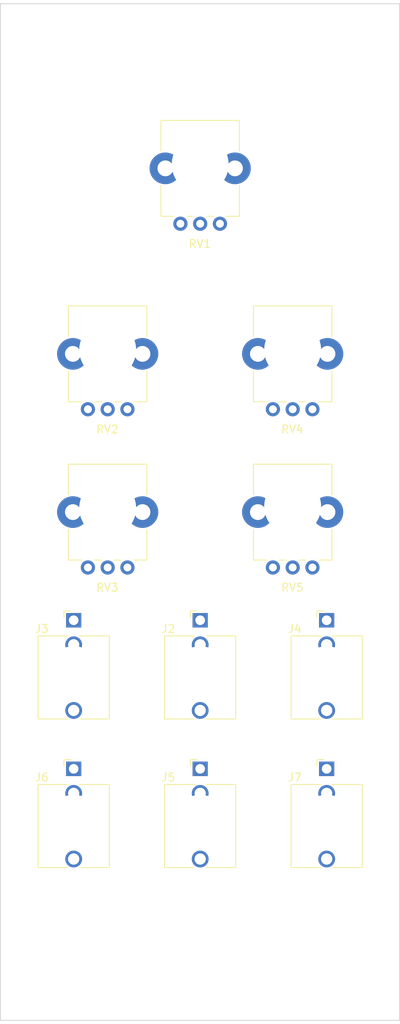
<source format=kicad_pcb>
(kicad_pcb (version 20221018) (generator pcbnew)
  (layers (0 "F.Cu" signal) (31 "B.Cu" signal) (34 "B.Paste" user) (35 "F.Paste" user) (36 "B.SilkS" user "B.Silkscreen") (37 "F.SilkS" user "F.Silkscreen") (38 "B.Mask" user) (39 "F.Mask" user) (44 "Edge.Cuts" user))
  (net 0 "")
  (net 1 "/FM_in")
  (net 2 "/CV_in")
  (net 3 "/PWM_Pot")
  (net 4 "Triangle Out2")
  (net 6 "Saw Out2")
  (net 8 "/FM_pot")
  (net 9 "/Coarse")
  (net 10 "Pulse Out2")
  (net 11 "/Fine")
  (net 12 "/Coarse_div1")
  (net 13 "/Coarse_div2")
  (net 14 "/fine_div")
  (net 15 "/PWM_LP")
  (net 17 "In_Sum2")
  (net 18 "AP2")
  (net 19 "GND1")
  (net 20 "+12VA")
  (net 21 "-12VA")
  (footprint "" (layer "F.Cu") (at 121.9 83.55)
    (fp_text reference "" (at 0 0) (layer "F.SilkS") (effects (font (size 1.27 1.27))))
    (fp_text value "" (at 0 0) (layer "F.SilkS") (effects (font (size 1.27 1.27))))
    (pad "" np_thru_hole circle (at 0 0) (size 7.2 7.2) (drill 7.2) (layers "F&B.Cu" "*.Mask"))
  )
  (footprint "Connector_Audio:Jack_3.5mm_QingPu_WQP-PJ398SM_Vertical_CircularHoles" (layer "F.Cu") (at 94.2 117.72)
    (fp_text reference "J3" (at -4.03 1.08 180) (layer "F.SilkS"))
    (fp_text value "CV")
    (fp_line (start -4.5 1.98) (end -4.5 12.48) (stroke (width 0.12)) (layer "F.SilkS"))
    (fp_line (start -1.23 -1.17) (end -1.23 -0.37) (stroke (width 0.12)) (layer "F.SilkS"))
    (fp_line (start -1.23 -1.17) (end -0.37 -1.17) (stroke (width 0.12)) (layer "F.SilkS"))
    (fp_line (start -0.8 12.48) (end -4.5 12.48) (stroke (width 0.12)) (layer "F.SilkS"))
    (fp_line (start -0.72 1.98) (end -4.5 1.98) (stroke (width 0.12)) (layer "F.SilkS"))
    (fp_line (start 4.5 1.98) (end 0.72 1.98) (stroke (width 0.12)) (layer "F.SilkS"))
    (fp_line (start 4.5 1.98) (end 4.5 12.48) (stroke (width 0.12)) (layer "F.SilkS"))
    (fp_line (start 4.5 12.48) (end 0.8 12.48) (stroke (width 0.12)) (layer "F.SilkS"))
    (fp_circle (center 0 6.48) (end 1.8 6.48) (stroke (width 0.12)) (fill none) (layer "F.SilkS"))
    (pad "S" thru_hole rect (at 0 0 180) (size 1.93 1.83) (drill 1.22) (layers "*.Cu" "*.Mask") (net 19 "GND1"))
    (pad "T" thru_hole circle (at 0 11.4 180) (size 2.13 2.13) (drill 1.43) (layers "*.Cu" "*.Mask") (net 2 "/CV_in"))
    (pad "TN" thru_hole circle (at 0 3.1 180) (size 2.13 2.13) (drill 1.42) (layers "*.Cu" "*.Mask") (net 19 "GND1"))
  )
  (footprint "" (layer "F.Cu") (at 98.5 103.55)
    (fp_text reference "" (at 0 0) (layer "F.SilkS") (effects (font (size 1.27 1.27))))
    (fp_text value "" (at 0 0) (layer "F.SilkS") (effects (font (size 1.27 1.27))))
    (pad "" np_thru_hole circle (at 0 0) (size 7.2 7.2) (drill 7.2) (layers "F&B.Cu" "*.Mask"))
  )
  (footprint "Custom_Footprints:Sub_Miniature_Switch_MountingHole_3.5mm" (layer "F.Cu") (at 110.2 124.2)
    (fp_text reference "Ref**" hide)
    (fp_text value "Subminiature_Switch" hide)
    (pad "" np_thru_hole circle (at 0 0) (size 6.4 6.4) (drill 6.4) (layers "F&B.Cu" "*.Mask"))
  )
  (footprint "Custom_Footprints:Sub_Miniature_Switch_MountingHole_3.5mm" (layer "F.Cu") (at 126.2 124.2)
    (fp_text reference "Ref**" hide)
    (fp_text value "Subminiature_Switch" hide)
    (pad "" np_thru_hole circle (at 0 0) (size 6.4 6.4) (drill 6.4) (layers "F&B.Cu" "*.Mask"))
  )
  (footprint "" (layer "F.Cu") (at 110.2 60.11)
    (fp_text reference "" (at 0 0) (layer "F.SilkS") (effects (font (size 1.27 1.27))))
    (fp_text value "" (at 0 0) (layer "F.SilkS") (effects (font (size 1.27 1.27))))
    (pad "" np_thru_hole circle (at 0 0) (size 7.2 7.2) (drill 7.2) (layers "F&B.Cu" "*.Mask"))
  )
  (footprint "Custom_Footprints:Sub_Miniature_Switch_MountingHole_3.5mm" (layer "F.Cu") (at 126.2 142.98)
    (fp_text reference "Ref**" hide)
    (fp_text value "Subminiature_Switch" hide)
    (pad "" np_thru_hole circle (at 0 0) (size 6.4 6.4) (drill 6.4) (layers "F&B.Cu" "*.Mask"))
  )
  (footprint "Custom_Footprints:Sub_Miniature_Switch_MountingHole_3.5mm" (layer "F.Cu") (at 110.2 142.98)
    (fp_text reference "Ref**" hide)
    (fp_text value "Subminiature_Switch" hide)
    (pad "" np_thru_hole circle (at 0 0) (size 6.4 6.4) (drill 6.4) (layers "F&B.Cu" "*.Mask"))
  )
  (footprint "Custom_Footprints:Alpha_9mm_Potentiometer_Aligned" (layer "F.Cu") (at 98.5 83.55)
    (fp_text reference "RV2" (at -0.04 10.04) (layer "F.SilkS"))
    (fp_text value "100K")
    (fp_line (start -4.961 -5.56) (end 4.96 -5.56) (stroke (width 0.12)) (layer "F.SilkS"))
    (fp_line (start -4.961 -1.695) (end -4.961 -5.56) (stroke (width 0.12)) (layer "F.SilkS"))
    (fp_line (start -4.961 6.56) (end -4.961 2.694) (stroke (width 0.12)) (layer "F.SilkS"))
    (fp_line (start -4.961 6.56) (end -3.325 6.56) (stroke (width 0.12)) (layer "F.SilkS"))
    (fp_line (start -1.675 6.56) (end -0.825 6.56) (stroke (width 0.12)) (layer "F.SilkS"))
    (fp_line (start 0.825 6.56) (end 1.675 6.56) (stroke (width 0.12)) (layer "F.SilkS"))
    (fp_line (start 3.325 6.56) (end 4.96 6.56) (stroke (width 0.12)) (layer "F.SilkS"))
    (fp_line (start 4.96 -1.695) (end 4.96 -5.56) (stroke (width 0.12)) (layer "F.SilkS"))
    (fp_line (start 4.96 6.56) (end 4.96 2.694) (stroke (width 0.12)) (layer "F.SilkS"))
    (fp_arc (start -2.762432 -1.171982) (mid -0.000553 -3.000762) (end 2.762 -1.173) (stroke (width 0.12)) (layer "F.SilkS"))
    (fp_arc (start 2.297753 1.928295) (mid -0.000192 2.999665) (end -2.298 1.928) (stroke (width 0.12)) (layer "F.SilkS"))
    (pad "" np_thru_hole circle (at -4.4 0.5 90) (size 4 4) (drill 2) (layers "*.Cu" "*.Mask"))
    (pad "" np_thru_hole circle (at 4.4 0.5 90) (size 4 4) (drill 2) (layers "*.Cu" "*.Mask"))
    (pad "1" thru_hole circle (at -2.5 7.5 90) (size 1.8 1.8) (drill 1) (layers "*.Cu" "*.Mask") (net 14 "/fine_div"))
    (pad "2" thru_hole circle (at 0 7.5 90) (size 1.8 1.8) (drill 1) (layers "*.Cu" "*.Mask") (net 11 "/Fine"))
    (pad "3" thru_hole circle (at 2.5 7.5 90) (size 1.8 1.8) (drill 1) (layers "*.Cu" "*.Mask") (net 19 "GND1"))
  )
  (footprint "Connector_Audio:Jack_3.5mm_QingPu_WQP-PJ398SM_Vertical_CircularHoles" (layer "F.Cu") (at 126.2 136.5)
    (fp_text reference "J7" (at -4.03 1.08 180) (layer "F.SilkS"))
    (fp_text value "Pulse")
    (fp_line (start -4.5 1.98) (end -4.5 12.48) (stroke (width 0.12)) (layer "F.SilkS"))
    (fp_line (start -1.23 -1.17) (end -1.23 -0.37) (stroke (width 0.12)) (layer "F.SilkS"))
    (fp_line (start -1.23 -1.17) (end -0.37 -1.17) (stroke (width 0.12)) (layer "F.SilkS"))
    (fp_line (start -0.8 12.48) (end -4.5 12.48) (stroke (width 0.12)) (layer "F.SilkS"))
    (fp_line (start -0.72 1.98) (end -4.5 1.98) (stroke (width 0.12)) (layer "F.SilkS"))
    (fp_line (start 4.5 1.98) (end 0.72 1.98) (stroke (width 0.12)) (layer "F.SilkS"))
    (fp_line (start 4.5 1.98) (end 4.5 12.48) (stroke (width 0.12)) (layer "F.SilkS"))
    (fp_line (start 4.5 12.48) (end 0.8 12.48) (stroke (width 0.12)) (layer "F.SilkS"))
    (fp_circle (center 0 6.48) (end 1.8 6.48) (stroke (width 0.12)) (fill none) (layer "F.SilkS"))
    (pad "S" thru_hole rect (at 0 0 180) (size 1.93 1.83) (drill 1.22) (layers "*.Cu" "*.Mask") (net 19 "GND1"))
    (pad "T" thru_hole circle (at 0 11.4 180) (size 2.13 2.13) (drill 1.43) (layers "*.Cu" "*.Mask") (net 10 "Pulse Out2"))
    (pad "TN" thru_hole circle (at 0 3.1 180) (size 2.13 2.13) (drill 1.42) (layers "*.Cu" "*.Mask"))
  )
  (footprint "Connector_Audio:Jack_3.5mm_QingPu_WQP-PJ398SM_Vertical_CircularHoles" (layer "F.Cu") (at 110.2 136.5)
    (fp_text reference "J5" (at -4.03 1.08 180) (layer "F.SilkS"))
    (fp_text value "Triangle")
    (fp_line (start -4.5 1.98) (end -4.5 12.48) (stroke (width 0.12)) (layer "F.SilkS"))
    (fp_line (start -1.23 -1.17) (end -1.23 -0.37) (stroke (width 0.12)) (layer "F.SilkS"))
    (fp_line (start -1.23 -1.17) (end -0.37 -1.17) (stroke (width 0.12)) (layer "F.SilkS"))
    (fp_line (start -0.8 12.48) (end -4.5 12.48) (stroke (width 0.12)) (layer "F.SilkS"))
    (fp_line (start -0.72 1.98) (end -4.5 1.98) (stroke (width 0.12)) (layer "F.SilkS"))
    (fp_line (start 4.5 1.98) (end 0.72 1.98) (stroke (width 0.12)) (layer "F.SilkS"))
    (fp_line (start 4.5 1.98) (end 4.5 12.48) (stroke (width 0.12)) (layer "F.SilkS"))
    (fp_line (start 4.5 12.48) (end 0.8 12.48) (stroke (width 0.12)) (layer "F.SilkS"))
    (fp_circle (center 0 6.48) (end 1.8 6.48) (stroke (width 0.12)) (fill none) (layer "F.SilkS"))
    (pad "S" thru_hole rect (at 0 0 180) (size 1.93 1.83) (drill 1.22) (layers "*.Cu" "*.Mask") (net 19 "GND1"))
    (pad "T" thru_hole circle (at 0 11.4 180) (size 2.13 2.13) (drill 1.43) (layers "*.Cu" "*.Mask") (net 4 "Triangle Out2"))
    (pad "TN" thru_hole circle (at 0 3.1 180) (size 2.13 2.13) (drill 1.42) (layers "*.Cu" "*.Mask"))
  )
  (footprint "Connector_Audio:Jack_3.5mm_QingPu_WQP-PJ398SM_Vertical_CircularHoles" (layer "F.Cu") (at 126.2 117.72)
    (fp_text reference "J4" (at -4.03 1.08 180) (layer "F.SilkS"))
    (fp_text value "PWM")
    (fp_line (start -4.5 1.98) (end -4.5 12.48) (stroke (width 0.12)) (layer "F.SilkS"))
    (fp_line (start -1.23 -1.17) (end -1.23 -0.37) (stroke (width 0.12)) (layer "F.SilkS"))
    (fp_line (start -1.23 -1.17) (end -0.37 -1.17) (stroke (width 0.12)) (layer "F.SilkS"))
    (fp_line (start -0.8 12.48) (end -4.5 12.48) (stroke (width 0.12)) (layer "F.SilkS"))
    (fp_line (start -0.72 1.98) (end -4.5 1.98) (stroke (width 0.12)) (layer "F.SilkS"))
    (fp_line (start 4.5 1.98) (end 0.72 1.98) (stroke (width 0.12)) (layer "F.SilkS"))
    (fp_line (start 4.5 1.98) (end 4.5 12.48) (stroke (width 0.12)) (layer "F.SilkS"))
    (fp_line (start 4.5 12.48) (end 0.8 12.48) (stroke (width 0.12)) (layer "F.SilkS"))
    (fp_circle (center 0 6.48) (end 1.8 6.48) (stroke (width 0.12)) (fill none) (layer "F.SilkS"))
    (pad "S" thru_hole rect (at 0 0 180) (size 1.93 1.83) (drill 1.22) (layers "*.Cu" "*.Mask") (net 19 "GND1"))
    (pad "T" thru_hole circle (at 0 11.4 180) (size 2.13 2.13) (drill 1.43) (layers "*.Cu" "*.Mask") (net 3 "/PWM_Pot"))
    (pad "TN" thru_hole circle (at 0 3.1 180) (size 2.13 2.13) (drill 1.42) (layers "*.Cu" "*.Mask") (net 19 "GND1"))
  )
  (footprint "Custom_Footprints:Alpha_9mm_Potentiometer_Aligned" (layer "F.Cu") (at 121.9 83.55)
    (fp_text reference "RV4" (at -0.04 10.04) (layer "F.SilkS"))
    (fp_text value "100k")
    (fp_line (start -4.961 -5.56) (end 4.96 -5.56) (stroke (width 0.12)) (layer "F.SilkS"))
    (fp_line (start -4.961 -1.695) (end -4.961 -5.56) (stroke (width 0.12)) (layer "F.SilkS"))
    (fp_line (start -4.961 6.56) (end -4.961 2.694) (stroke (width 0.12)) (layer "F.SilkS"))
    (fp_line (start -4.961 6.56) (end -3.325 6.56) (stroke (width 0.12)) (layer "F.SilkS"))
    (fp_line (start -1.675 6.56) (end -0.825 6.56) (stroke (width 0.12)) (layer "F.SilkS"))
    (fp_line (start 0.825 6.56) (end 1.675 6.56) (stroke (width 0.12)) (layer "F.SilkS"))
    (fp_line (start 3.325 6.56) (end 4.96 6.56) (stroke (width 0.12)) (layer "F.SilkS"))
    (fp_line (start 4.96 -1.695) (end 4.96 -5.56) (stroke (width 0.12)) (layer "F.SilkS"))
    (fp_line (start 4.96 6.56) (end 4.96 2.694) (stroke (width 0.12)) (layer "F.SilkS"))
    (fp_arc (start -2.762432 -1.171982) (mid -0.000553 -3.000762) (end 2.762 -1.173) (stroke (width 0.12)) (layer "F.SilkS"))
    (fp_arc (start 2.297753 1.928295) (mid -0.000192 2.999665) (end -2.298 1.928) (stroke (width 0.12)) (layer "F.SilkS"))
    (pad "" np_thru_hole circle (at -4.4 0.5 90) (size 4 4) (drill 2) (layers "*.Cu" "*.Mask"))
    (pad "" np_thru_hole circle (at 4.4 0.5 90) (size 4 4) (drill 2) (layers "*.Cu" "*.Mask"))
    (pad "1" thru_hole circle (at -2.5 7.5 90) (size 1.8 1.8) (drill 1) (layers "*.Cu" "*.Mask") (net 21 "-12VA"))
    (pad "2" thru_hole circle (at 0 7.5 90) (size 1.8 1.8) (drill 1) (layers "*.Cu" "*.Mask") (net 15 "/PWM_LP"))
    (pad "3" thru_hole circle (at 2.5 7.5 90) (size 1.8 1.8) (drill 1) (layers "*.Cu" "*.Mask") (net 20 "+12VA"))
  )
  (footprint "" (layer "F.Cu") (at 121.9 103.34)
    (fp_text reference "" (at 0 0) (layer "F.SilkS") (effects (font (size 1.27 1.27))))
    (fp_text value "" (at 0 0) (layer "F.SilkS") (effects (font (size 1.27 1.27))))
    (pad "" np_thru_hole circle (at 0 0) (size 7.2 7.2) (drill 7.2) (layers "F&B.Cu" "*.Mask"))
  )
  (footprint "Custom_Footprints:Alpha_9mm_Potentiometer_Aligned" (layer "F.Cu") (at 121.9 103.55)
    (fp_text reference "RV5" (at -0.04 10.04) (layer "F.SilkS"))
    (fp_text value "250k")
    (fp_line (start -4.961 -5.56) (end 4.96 -5.56) (stroke (width 0.12)) (layer "F.SilkS"))
    (fp_line (start -4.961 -1.695) (end -4.961 -5.56) (stroke (width 0.12)) (layer "F.SilkS"))
    (fp_line (start -4.961 6.56) (end -4.961 2.694) (stroke (width 0.12)) (layer "F.SilkS"))
    (fp_line (start -4.961 6.56) (end -3.325 6.56) (stroke (width 0.12)) (layer "F.SilkS"))
    (fp_line (start -1.675 6.56) (end -0.825 6.56) (stroke (width 0.12)) (layer "F.SilkS"))
    (fp_line (start 0.825 6.56) (end 1.675 6.56) (stroke (width 0.12)) (layer "F.SilkS"))
    (fp_line (start 3.325 6.56) (end 4.96 6.56) (stroke (width 0.12)) (layer "F.SilkS"))
    (fp_line (start 4.96 -1.695) (end 4.96 -5.56) (stroke (width 0.12)) (layer "F.SilkS"))
    (fp_line (start 4.96 6.56) (end 4.96 2.694) (stroke (width 0.12)) (layer "F.SilkS"))
    (fp_arc (start -2.762432 -1.171982) (mid -0.000553 -3.000762) (end 2.762 -1.173) (stroke (width 0.12)) (layer "F.SilkS"))
    (fp_arc (start 2.297753 1.928295) (mid -0.000192 2.999665) (end -2.298 1.928) (stroke (width 0.12)) (layer "F.SilkS"))
    (pad "" np_thru_hole circle (at -4.4 0.5 90) (size 4 4) (drill 2) (layers "*.Cu" "*.Mask"))
    (pad "" np_thru_hole circle (at 4.4 0.5 90) (size 4 4) (drill 2) (layers "*.Cu" "*.Mask"))
    (pad "1" thru_hole circle (at -2.5 7.5 90) (size 1.8 1.8) (drill 1) (layers "*.Cu" "*.Mask") (net 3 "/PWM_Pot"))
    (pad "2" thru_hole circle (at 0 7.5 90) (size 1.8 1.8) (drill 1) (layers "*.Cu" "*.Mask") (net 3 "/PWM_Pot"))
    (pad "3" thru_hole circle (at 2.5 7.5 90) (size 1.8 1.8) (drill 1) (layers "*.Cu" "*.Mask") (net 18 "AP2"))
  )
  (footprint "Connector_Audio:Jack_3.5mm_QingPu_WQP-PJ398SM_Vertical_CircularHoles" (layer "F.Cu") (at 94.2 136.5)
    (fp_text reference "J6" (at -4.03 1.08) (layer "F.SilkS"))
    (fp_text value "Saw")
    (fp_line (start -4.5 1.98) (end -4.5 12.48) (stroke (width 0.12)) (layer "F.SilkS"))
    (fp_line (start -1.23 -1.17) (end -1.23 -0.37) (stroke (width 0.12)) (layer "F.SilkS"))
    (fp_line (start -1.23 -1.17) (end -0.37 -1.17) (stroke (width 0.12)) (layer "F.SilkS"))
    (fp_line (start -0.8 12.48) (end -4.5 12.48) (stroke (width 0.12)) (layer "F.SilkS"))
    (fp_line (start -0.72 1.98) (end -4.5 1.98) (stroke (width 0.12)) (layer "F.SilkS"))
    (fp_line (start 4.5 1.98) (end 0.72 1.98) (stroke (width 0.12)) (layer "F.SilkS"))
    (fp_line (start 4.5 1.98) (end 4.5 12.48) (stroke (width 0.12)) (layer "F.SilkS"))
    (fp_line (start 4.5 12.48) (end 0.8 12.48) (stroke (width 0.12)) (layer "F.SilkS"))
    (fp_circle (center 0 6.48) (end 1.8 6.48) (stroke (width 0.12)) (fill none) (layer "F.SilkS"))
    (pad "S" thru_hole rect (at 0 0 180) (size 1.93 1.83) (drill 1.22) (layers "*.Cu" "*.Mask") (net 19 "GND1"))
    (pad "T" thru_hole circle (at 0 11.4 180) (size 2.13 2.13) (drill 1.43) (layers "*.Cu" "*.Mask") (net 6 "Saw Out2"))
    (pad "TN" thru_hole circle (at 0 3.1 180) (size 2.13 2.13) (drill 1.42) (layers "*.Cu" "*.Mask"))
  )
  (footprint "Custom_Footprints:Sub_Miniature_Switch_MountingHole_3.5mm" (layer "F.Cu") (at 94.2 142.98)
    (fp_text reference "Ref**" hide)
    (fp_text value "Subminiature_Switch" hide)
    (pad "" np_thru_hole circle (at 0 0) (size 6.4 6.4) (drill 6.4) (layers "F&B.Cu" "*.Mask"))
  )
  (footprint "MountingHole:MountingHole_3.2mm_M3" (layer "F.Cu") (at 92.43 42.796)
    (fp_text reference "REF**" hide)
    (fp_text value "MountingHole_3.2mm_M3" hide)
    (pad "" np_thru_hole oval (at 0 0) (size 7 3.2) (drill oval 7 3.2) (layers "F&B.Cu" "*.Mask"))
  )
  (footprint "MountingHole:MountingHole_3.2mm_M3" (layer "F.Cu") (at 92.43 165.296)
    (fp_text reference "REF**" hide)
    (fp_text value "MountingHole_3.2mm_M3" hide)
    (pad "" np_thru_hole oval (at 0 0) (size 7 3.2) (drill oval 7 3.2) (layers "F&B.Cu" "*.Mask"))
  )
  (footprint "Connector_Audio:Jack_3.5mm_QingPu_WQP-PJ398SM_Vertical_CircularHoles" (layer "F.Cu") (at 110.2 117.72)
    (fp_text reference "J2" (at -4.03 1.08 180) (layer "F.SilkS"))
    (fp_text value "FM")
    (fp_line (start -4.5 1.98) (end -4.5 12.48) (stroke (width 0.12)) (layer "F.SilkS"))
    (fp_line (start -1.23 -1.17) (end -1.23 -0.37) (stroke (width 0.12)) (layer "F.SilkS"))
    (fp_line (start -1.23 -1.17) (end -0.37 -1.17) (stroke (width 0.12)) (layer "F.SilkS"))
    (fp_line (start -0.8 12.48) (end -4.5 12.48) (stroke (width 0.12)) (layer "F.SilkS"))
    (fp_line (start -0.72 1.98) (end -4.5 1.98) (stroke (width 0.12)) (layer "F.SilkS"))
    (fp_line (start 4.5 1.98) (end 0.72 1.98) (stroke (width 0.12)) (layer "F.SilkS"))
    (fp_line (start 4.5 1.98) (end 4.5 12.48) (stroke (width 0.12)) (layer "F.SilkS"))
    (fp_line (start 4.5 12.48) (end 0.8 12.48) (stroke (width 0.12)) (layer "F.SilkS"))
    (fp_circle (center 0 6.48) (end 1.8 6.48) (stroke (width 0.12)) (fill none) (layer "F.SilkS"))
    (pad "S" thru_hole rect (at 0 0 180) (size 1.93 1.83) (drill 1.22) (layers "*.Cu" "*.Mask") (net 19 "GND1"))
    (pad "T" thru_hole circle (at 0 11.4 180) (size 2.13 2.13) (drill 1.43) (layers "*.Cu" "*.Mask") (net 1 "/FM_in"))
    (pad "TN" thru_hole circle (at 0 3.1 180) (size 2.13 2.13) (drill 1.42) (layers "*.Cu" "*.Mask") (net 19 "GND1"))
  )
  (footprint "Custom_Footprints:Sub_Miniature_Switch_MountingHole_3.5mm" (layer "F.Cu") (at 94.2 124.2)
    (fp_text reference "Ref**" hide)
    (fp_text value "Subminiature_Switch" hide)
    (pad "" np_thru_hole circle (at 0 0) (size 6.4 6.4) (drill 6.4) (layers "F&B.Cu" "*.Mask"))
  )
  (footprint "" (layer "F.Cu") (at 98.5 83.55)
    (fp_text reference "" (at 0 0) (layer "F.SilkS") (effects (font (size 1.27 1.27))))
    (fp_text value "" (at 0 0) (layer "F.SilkS") (effects (font (size 1.27 1.27))))
    (pad "" np_thru_hole circle (at 0 0) (size 7.2 7.2) (drill 7.2) (layers "F&B.Cu" "*.Mask"))
  )
  (footprint "Custom_Footprints:Alpha_9mm_Potentiometer_Aligned" (layer "F.Cu") (at 110.2 60.1)
    (fp_text reference "RV1" (at -0.04 10.04) (layer "F.SilkS"))
    (fp_text value "100K")
    (fp_line (start -4.961 -5.56) (end 4.96 -5.56) (stroke (width 0.12)) (layer "F.SilkS"))
    (fp_line (start -4.961 -1.695) (end -4.961 -5.56) (stroke (width 0.12)) (layer "F.SilkS"))
    (fp_line (start -4.961 6.56) (end -4.961 2.694) (stroke (width 0.12)) (layer "F.SilkS"))
    (fp_line (start -4.961 6.56) (end -3.325 6.56) (stroke (width 0.12)) (layer "F.SilkS"))
    (fp_line (start -1.675 6.56) (end -0.825 6.56) (stroke (width 0.12)) (layer "F.SilkS"))
    (fp_line (start 0.825 6.56) (end 1.675 6.56) (stroke (width 0.12)) (layer "F.SilkS"))
    (fp_line (start 3.325 6.56) (end 4.96 6.56) (stroke (width 0.12)) (layer "F.SilkS"))
    (fp_line (start 4.96 -1.695) (end 4.96 -5.56) (stroke (width 0.12)) (layer "F.SilkS"))
    (fp_line (start 4.96 6.56) (end 4.96 2.694) (stroke (width 0.12)) (layer "F.SilkS"))
    (fp_arc (start -2.762432 -1.171982) (mid -0.000553 -3.000762) (end 2.762 -1.173) (stroke (width 0.12)) (layer "F.SilkS"))
    (fp_arc (start 2.297753 1.928295) (mid -0.000192 2.999665) (end -2.298 1.928) (stroke (width 0.12)) (layer "F.SilkS"))
    (pad "" np_thru_hole circle (at -4.4 0.5 90) (size 4 4) (drill 2) (layers "*.Cu" "*.Mask"))
    (pad "" np_thru_hole circle (at 4.4 0.5 90) (size 4 4) (drill 2) (layers "*.Cu" "*.Mask"))
    (pad "1" thru_hole circle (at -2.5 7.5 90) (size 1.8 1.8) (drill 1) (layers "*.Cu" "*.Mask") (net 13 "/Coarse_div2"))
    (pad "2" thru_hole circle (at 0 7.5 90) (size 1.8 1.8) (drill 1) (layers "*.Cu" "*.Mask") (net 9 "/Coarse"))
    (pad "3" thru_hole circle (at 2.5 7.5 90) (size 1.8 1.8) (drill 1) (layers "*.Cu" "*.Mask") (net 12 "/Coarse_div1"))
  )
  (footprint "Custom_Footprints:Alpha_9mm_Potentiometer_Aligned" (layer "F.Cu") (at 98.5 103.55)
    (fp_text reference "RV3" (at -0.04 10.04) (layer "F.SilkS"))
    (fp_text value "1Meg")
    (fp_line (start -4.961 -5.56) (end 4.96 -5.56) (stroke (width 0.12)) (layer "F.SilkS"))
    (fp_line (start -4.961 -1.695) (end -4.961 -5.56) (stroke (width 0.12)) (layer "F.SilkS"))
    (fp_line (start -4.961 6.56) (end -4.961 2.694) (stroke (width 0.12)) (layer "F.SilkS"))
    (fp_line (start -4.961 6.56) (end -3.325 6.56) (stroke (width 0.12)) (layer "F.SilkS"))
    (fp_line (start -1.675 6.56) (end -0.825 6.56) (stroke (width 0.12)) (layer "F.SilkS"))
    (fp_line (start 0.825 6.56) (end 1.675 6.56) (stroke (width 0.12)) (layer "F.SilkS"))
    (fp_line (start 3.325 6.56) (end 4.96 6.56) (stroke (width 0.12)) (layer "F.SilkS"))
    (fp_line (start 4.96 -1.695) (end 4.96 -5.56) (stroke (width 0.12)) (layer "F.SilkS"))
    (fp_line (start 4.96 6.56) (end 4.96 2.694) (stroke (width 0.12)) (layer "F.SilkS"))
    (fp_arc (start -2.762432 -1.171982) (mid -0.000553 -3.000762) (end 2.762 -1.173) (stroke (width 0.12)) (layer "F.SilkS"))
    (fp_arc (start 2.297753 1.928295) (mid -0.000192 2.999665) (end -2.298 1.928) (stroke (width 0.12)) (layer "F.SilkS"))
    (pad "" np_thru_hole circle (at -4.4 0.5 90) (size 4 4) (drill 2) (layers "*.Cu" "*.Mask"))
    (pad "" np_thru_hole circle (at 4.4 0.5 90) (size 4 4) (drill 2) (layers "*.Cu" "*.Mask"))
    (pad "1" thru_hole circle (at -2.5 7.5 90) (size 1.8 1.8) (drill 1) (layers "*.Cu" "*.Mask") (net 8 "/FM_pot"))
    (pad "2" thru_hole circle (at 0 7.5 90) (size 1.8 1.8) (drill 1) (layers "*.Cu" "*.Mask") (net 8 "/FM_pot"))
    (pad "3" thru_hole circle (at 2.5 7.5 90) (size 1.8 1.8) (drill 1) (layers "*.Cu" "*.Mask") (net 17 "In_Sum2"))
  )
  (footprint "MountingHole:MountingHole_3.2mm_M3" (layer "F.Cu") (at 127.99 165.296)
    (fp_text reference "REF**" hide)
    (fp_text value "MountingHole_3.2mm_M3" hide)
    (pad "" np_thru_hole oval (at 0 0) (size 7 3.2) (drill oval 7 3.2) (layers "F&B.Cu" "*.Mask"))
  )
  (footprint "MountingHole:MountingHole_3.2mm_M3" (layer "F.Cu") (at 127.99 42.796)
    (fp_text reference "REF**" hide)
    (fp_text value "MountingHole_3.2mm_M3" hide)
    (pad "" np_thru_hole oval (at 0 0) (size 7 3.2) (drill oval 7 3.2) (layers "F&B.Cu" "*.Mask"))
  )
  (gr_line (start 84.93 168.296) (end 84.93 39.796) (stroke (width 0.1)) (layer "Edge.Cuts"))
  (gr_line (start 84.93 39.796) (end 135.43 39.796) (stroke (width 0.1)) (layer "Edge.Cuts"))
  (gr_line (start 135.43 168.296) (end 84.93 168.296) (stroke (width 0.1)) (layer "Edge.Cuts"))
  (gr_line (start 135.43 39.796) (end 135.43 168.296) (stroke (width 0.1)) (layer "Edge.Cuts"))
)
</source>
